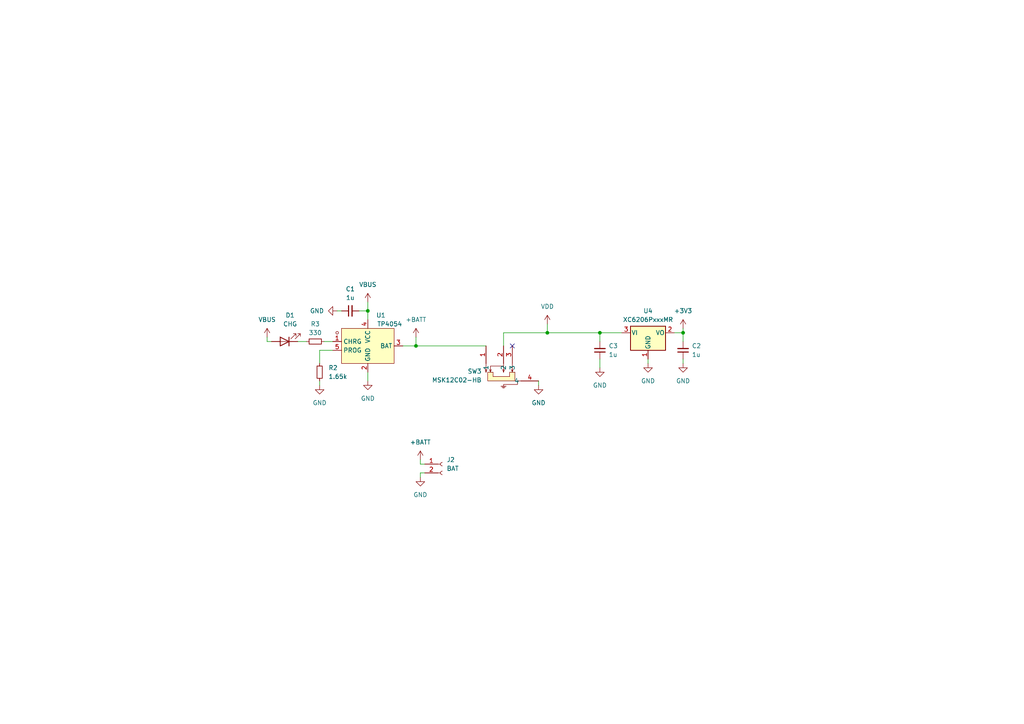
<source format=kicad_sch>
(kicad_sch (version 20230121) (generator eeschema)
  (paper "A4")
  (lib_symbols
    (symbol "Connector:Conn_01x02_Socket" (pin_names (offset 1.016) hide)
      (property "Reference" "J" (at 0 2.54 0))
      (property "Value" "Conn_01x02_Socket" (at 0 -5.08 0))
      (symbol "Conn_01x02_Socket_1_1"
        (arc (start 0 -2.032) (mid -0.5058 -2.54) (end 0 -3.048) (stroke (width 0.1524)))
        (polyline (pts (xy -1.27 -2.54) (xy -0.508 -2.54)) (stroke (width 0.1524)))
        (polyline (pts (xy -1.27 0) (xy -0.508 0)) (stroke (width 0.1524)))
        (arc (start 0 0.508) (mid -0.5058 0) (end 0 -0.508) (stroke (width 0.1524)))
        (pin passive line (at -5.08 0 0) (length 3.81) (name "Pin_1") (number "1"))
        (pin passive line (at -5.08 -2.54 0) (length 3.81) (name "Pin_2") (number "2"))
      )
    )
    (symbol "Device:C_Small" (pin_numbers hide) (pin_names (offset 0.254) hide)
      (property "Reference" "C" (at 0.254 1.778 0))
      (property "Value" "C_Small" (at 0.254 -2.032 0))
      (symbol "C_Small_0_1"
        (polyline (pts (xy -1.524 -0.508) (xy 1.524 -0.508)) (stroke (width 0.3302)))
        (polyline (pts (xy -1.524 0.508) (xy 1.524 0.508)) (stroke (width 0.3048)))
      )
      (symbol "C_Small_1_1"
        (pin passive line (at 0 2.54 270) (length 2.032) (name "~") (number "1"))
        (pin passive line (at 0 -2.54 90) (length 2.032) (name "~") (number "2"))
      )
    )
    (symbol "Device:LED" (pin_numbers hide) (pin_names (offset 1.016) hide)
      (property "Reference" "D" (at 0 2.54 0))
      (property "Value" "LED" (at 0 -2.54 0))
      (symbol "LED_0_1"
        (polyline (pts (xy -1.27 -1.27) (xy -1.27 1.27)) (stroke (width 0.254)))
        (polyline (pts (xy -1.27 0) (xy 1.27 0)))
        (polyline (pts (xy 1.27 -1.27) (xy 1.27 1.27) (xy -1.27 0) (xy 1.27 -1.27)) (stroke (width 0.254)))
        (polyline (pts (xy -3.048 -0.762) (xy -4.572 -2.286) (xy -3.81 -2.286) (xy -4.572 -2.286) (xy -4.572 -1.524)))
        (polyline (pts (xy -1.778 -0.762) (xy -3.302 -2.286) (xy -2.54 -2.286) (xy -3.302 -2.286) (xy -3.302 -1.524)))
      )
      (symbol "LED_1_1"
        (pin passive line (at -3.81 0 0) (length 2.54) (name "K") (number "1"))
        (pin passive line (at 3.81 0 180) (length 2.54) (name "A") (number "2"))
      )
    )
    (symbol "Device:R_Small" (pin_numbers hide) (pin_names (offset 0.254) hide)
      (property "Reference" "R" (at 0.762 0.508 0))
      (property "Value" "R_Small" (at 0.762 -1.016 0))
      (symbol "R_Small_0_1"
        (rectangle (start -0.762 1.778) (end 0.762 -1.778) (stroke (width 0.2032)))
      )
      (symbol "R_Small_1_1"
        (pin passive line (at 0 2.54 270) (length 0.762) (name "~") (number "1"))
        (pin passive line (at 0 -2.54 90) (length 0.762) (name "~") (number "2"))
      )
    )
    (symbol "MSK12C02-HB:MSK12C02-HB"
      (property "Reference" "SW" (at 0 15.24 0))
      (property "Value" "MSK12C02-HB" (at 0 -5.08 0))
      (symbol "MSK12C02-HB_0_1"
        (polyline (pts (xy -2.54 2.54) (xy -2.79 3.3)))
        (polyline (pts (xy -2.54 2.54) (xy -2.29 3.3)))
        (polyline (pts (xy -2.54 3.3) (xy -2.54 2.54)))
        (polyline (pts (xy -2.54 5.08) (xy -2.54 3.3)))
        (polyline (pts (xy -1.27 2.54) (xy -1.52 3.3)))
        (polyline (pts (xy 1.78 -1.52) (xy 3.3 -1.52)))
        (polyline (pts (xy 2.03 -1.78) (xy 3.05 -1.78)))
        (polyline (pts (xy 2.29 -2.03) (xy 2.79 -2.03)))
        (polyline (pts (xy 2.54 2.54) (xy 2.29 3.3)))
        (polyline (pts (xy 2.54 2.54) (xy 2.79 3.3)))
        (polyline (pts (xy 2.54 3.3) (xy 2.54 2.54)))
        (polyline (pts (xy 2.54 5.08) (xy 2.54 3.3)))
        (polyline (pts (xy 5.08 2.54) (xy 4.83 3.3)))
        (polyline (pts (xy 5.08 5.08) (xy 5.08 2.54) (xy 5.33 3.3)))
        (polyline (pts (xy 2.54 4.32) (xy -1.27 4.32) (xy -1.27 2.54) (xy -1.02 3.3)))
        (polyline (pts (xy 7.62 0) (xy 6.6 0) (xy 6.6 -1.02) (xy 2.54 -1.02) (xy 2.54 -1.52)))
        (polyline (pts (xy -1.78 2.54) (xy -0.51 2.54) (xy -0.51 1.27) (xy 4.32 1.27) (xy 4.32 2.54) (xy 5.84 2.54) (xy 5.84 0) (xy -2.03 0) (xy -2.03 2.54) (xy -1.78 2.54)) (fill (type background)))
        (pin unspecified line (at -2.54 10.16 270) (length 5.08) (name "1") (number "1"))
        (pin unspecified line (at 2.54 10.16 270) (length 5.08) (name "2") (number "2"))
        (pin unspecified line (at 5.08 10.16 270) (length 5.08) (name "3") (number "3"))
        (pin unspecified line (at 12.7 0 180) (length 5.08) (name "4") (number "4"))
      )
    )
    (symbol "Regulator_Linear:XC6206PxxxMR" (pin_names (offset 0.254))
      (property "Reference" "U" (at -3.81 3.175 0))
      (property "Value" "XC6206PxxxMR" (at 0 3.175 0))
      (symbol "XC6206PxxxMR_0_1"
        (rectangle (start -5.08 1.905) (end 5.08 -5.08) (stroke (width 0.254)) (fill (type background)))
      )
      (symbol "XC6206PxxxMR_1_1"
        (pin power_in line (at 0 -7.62 90) (length 2.54) (name "GND") (number "1"))
        (pin power_out line (at 7.62 0 180) (length 2.54) (name "VO") (number "2"))
        (pin power_in line (at -7.62 0 0) (length 2.54) (name "VI") (number "3"))
      )
    )
    (symbol "TP4054:TP4054"
      (property "Reference" "U" (at 3.81 6.35 0))
      (property "Value" "TP4054" (at 6.35 -6.35 0))
      (symbol "TP4054_0_1"
        (circle (center -8.89 3.81) (radius 0.38))
        (rectangle (start -7.62 5.08) (end 7.62 -5.08) (fill (type background)))
        (pin unspecified line (at -10.16 1.27 0) (length 2.54) (name "CHRG") (number "1"))
        (pin unspecified line (at 0 -7.62 90) (length 2.54) (name "GND") (number "2"))
        (pin unspecified line (at 10.16 0 180) (length 2.54) (name "BAT") (number "3"))
        (pin unspecified line (at 0 7.62 270) (length 2.54) (name "VCC") (number "4"))
        (pin unspecified line (at -10.16 -1.27 0) (length 2.54) (name "PROG") (number "5"))
      )
    )
    (symbol "power:+3V3" (power) (pin_names (offset 0))
      (property "Value" "+3V3" (at 0 3.556 0))
      (symbol "+3V3_0_1"
        (polyline (pts (xy -0.762 1.27) (xy 0 2.54)))
        (polyline (pts (xy 0 0) (xy 0 2.54)))
        (polyline (pts (xy 0 2.54) (xy 0.762 1.27)))
      )
      (symbol "+3V3_1_1"
        (pin power_in line (at 0 0 90) (length 0) hide (name "+3V3") (number "1"))
      )
    )
    (symbol "power:+BATT" (power) (pin_names (offset 0))
      (property "Value" "+BATT" (at 0 3.556 0))
      (symbol "+BATT_0_1"
        (polyline (pts (xy -0.762 1.27) (xy 0 2.54)))
        (polyline (pts (xy 0 0) (xy 0 2.54)))
        (polyline (pts (xy 0 2.54) (xy 0.762 1.27)))
      )
      (symbol "+BATT_1_1"
        (pin power_in line (at 0 0 90) (length 0) hide (name "+BATT") (number "1"))
      )
    )
    (symbol "power:GND" (power) (pin_names (offset 0))
      (property "Value" "GND" (at 0 -3.81 0))
      (symbol "GND_0_1"
        (polyline (pts (xy 0 0) (xy 0 -1.27) (xy 1.27 -1.27) (xy 0 -2.54) (xy -1.27 -1.27) (xy 0 -1.27)))
      )
      (symbol "GND_1_1"
        (pin power_in line (at 0 0 270) (length 0) hide (name "GND") (number "1"))
      )
    )
    (symbol "power:VBUS" (power) (pin_names (offset 0))
      (property "Value" "VBUS" (at 0 3.81 0))
      (symbol "VBUS_0_1"
        (polyline (pts (xy -0.762 1.27) (xy 0 2.54)))
        (polyline (pts (xy 0 0) (xy 0 2.54)))
        (polyline (pts (xy 0 2.54) (xy 0.762 1.27)))
      )
      (symbol "VBUS_1_1"
        (pin power_in line (at 0 0 90) (length 0) hide (name "VBUS") (number "1"))
      )
    )
    (symbol "power:VDD" (power) (pin_names (offset 0))
      (property "Value" "VDD" (at 0 3.81 0))
      (symbol "VDD_0_1"
        (polyline (pts (xy -0.762 1.27) (xy 0 2.54)))
        (polyline (pts (xy 0 0) (xy 0 2.54)))
        (polyline (pts (xy 0 2.54) (xy 0.762 1.27)))
      )
      (symbol "VDD_1_1"
        (pin power_in line (at 0 0 90) (length 0) hide (name "VDD") (number "1"))
      )
    )
  )
  (junction (at 173.99 96.52))
  (junction (at 120.65 100.33))
  (junction (at 106.68 90.17))
  (junction (at 198.12 96.52))
  (junction (at 158.75 96.52))
  (no_connect (at 148.59 100.33))
  (wire (pts (xy 146.05 96.52) (xy 158.75 96.52)))
  (wire (pts (xy 77.47 99.06) (xy 78.74 99.06)))
  (wire (pts (xy 86.36 99.06) (xy 88.9 99.06)))
  (wire (pts (xy 120.65 100.33) (xy 140.97 100.33)))
  (wire (pts (xy 77.47 97.79) (xy 77.47 99.06)))
  (wire (pts (xy 146.05 100.33) (xy 146.05 96.52)))
  (wire (pts (xy 92.71 101.6) (xy 92.71 105.41)))
  (wire (pts (xy 198.12 104.14) (xy 198.12 105.41)))
  (wire (pts (xy 106.68 90.17) (xy 106.68 92.71)))
  (wire (pts (xy 173.99 104.14) (xy 173.99 106.68)))
  (wire (pts (xy 93.98 99.06) (xy 96.52 99.06)))
  (wire (pts (xy 121.92 137.16) (xy 121.92 138.43)))
  (wire (pts (xy 106.68 87.63) (xy 106.68 90.17)))
  (wire (pts (xy 173.99 96.52) (xy 173.99 99.06)))
  (wire (pts (xy 92.71 110.49) (xy 92.71 111.76)))
  (wire (pts (xy 120.65 100.33) (xy 120.65 97.79)))
  (wire (pts (xy 198.12 96.52) (xy 198.12 95.25)))
  (wire (pts (xy 123.19 134.62) (xy 121.92 134.62)))
  (wire (pts (xy 198.12 96.52) (xy 198.12 99.06)))
  (wire (pts (xy 123.19 137.16) (xy 121.92 137.16)))
  (wire (pts (xy 106.68 107.95) (xy 106.68 110.49)))
  (wire (pts (xy 158.75 93.98) (xy 158.75 96.52)))
  (wire (pts (xy 195.58 96.52) (xy 198.12 96.52)))
  (wire (pts (xy 156.21 110.49) (xy 156.21 111.76)))
  (wire (pts (xy 121.92 134.62) (xy 121.92 133.35)))
  (wire (pts (xy 97.79 90.17) (xy 99.06 90.17)))
  (wire (pts (xy 116.84 100.33) (xy 120.65 100.33)))
  (wire (pts (xy 187.96 104.14) (xy 187.96 105.41)))
  (wire (pts (xy 158.75 96.52) (xy 173.99 96.52)))
  (wire (pts (xy 173.99 96.52) (xy 180.34 96.52)))
  (wire (pts (xy 96.52 101.6) (xy 92.71 101.6)))
  (wire (pts (xy 104.14 90.17) (xy 106.68 90.17)))
  (symbol (lib_id "power:+BATT") (at 121.92 133.35 0) (unit 1)
    (property "Reference" "#PWR07" (effects hide))
    (property "Value" "+BATT" (at 121.92 128.27 0))
  )
  (symbol (lib_id "Device:R_Small") (at 91.44 99.06 90) (unit 1)
    (property "Reference" "R3" (at 91.44 93.98 90))
    (property "Value" "330" (at 91.44 96.52 90))
    (property "Footprint" "Resistor_SMD:R_0603_1608Metric" (effects hide))
  )
  (symbol (lib_id "power:VDD") (at 158.75 93.98 0) (unit 1)
    (property "Reference" "#PWR03" (effects hide))
    (property "Value" "VDD" (at 158.75 88.9 0))
    (instances (project "Badge_Top" (path "" (reference "#PWR03") (unit 1))) (project "Badge_Bottom" (path "" (reference "#PWR021") (unit 1)) (path "" (reference "#PWR014") (unit 1))))
  )
  (symbol (lib_id "Regulator_Linear:XC6206PxxxMR") (at 187.96 96.52 0) (unit 1)
    (property "Reference" "U4" (at 187.96 90.17 0))
    (property "Value" "XC6206PxxxMR" (at 187.96 92.71 0))
    (property "Footprint" "Package_TO_SOT_SMD:SOT-23-3" (effects hide))
    (property "Datasheet" "https://www.torexsemi.com/file/xc6206/XC6206.pdf" (effects hide))
  )
  (symbol (lib_id "power:GND") (at 173.99 106.68 0) (unit 1)
    (property "Reference" "#PWR013" (effects hide))
    (property "Value" "GND" (at 173.99 111.76 0))
  )
  (symbol (lib_id "Connector:Conn_01x02_Socket") (at 128.27 134.62 0) (unit 1)
    (property "Reference" "J2" (at 129.54 133.35 0) (effects (justify left)))
    (property "Value" "BAT" (at 129.54 135.89 0) (effects (justify left)))
    (property "Footprint" "Connector_JST:JST_PH_S2B-PH-SM4-TB_1x02-1MP_P2.00mm_Horizontal" (effects hide))
    (instances (project "Badge_Bottom" (path "" (reference "J2") (unit 1)) (path "" (reference "J3") (unit 1))))
  )
  (symbol (lib_id "Device:LED") (at 82.55 99.06 180) (unit 1)
    (property "Reference" "D1" (at 84.1375 91.44 0))
    (property "Value" "CHG" (at 84.1375 93.98 0))
    (property "Footprint" "LED_SMD:LED_0603_1608Metric" (effects hide))
  )
  (symbol (lib_id "MSK12C02-HB:MSK12C02-HB") (at 143.51 110.49 0) (unit 1)
    (property "Reference" "SW3" (at 139.7 107.695 0) (effects (justify right)))
    (property "Value" "MSK12C02-HB" (at 139.7 110.235 0) (effects (justify right)))
    (property "Footprint" "MSK12C02-HB:SW-TH_MSK12C02-HB-1" (effects hide))
    (property "Datasheet" "https://lcsc.com/product-detail/Toggle-Switches_SHOU-HAN-MSK12C02-HB_C431541.html" (effects hide))
    (property "Manufacturer" "SHOU HAN(首韩)" (effects hide))
    (property "LCSC Part" "C431541" (effects hide))
    (property "JLC Part" "Extended Part" (effects hide))
  )
  (symbol (lib_id "power:VBUS") (at 77.47 97.79 0) (unit 1)
    (property "Reference" "#PWR010" (effects hide))
    (property "Value" "VBUS" (at 77.47 92.71 0))
  )
  (symbol (lib_id "Device:C_Small") (at 198.12 101.6 180) (unit 1)
    (property "Reference" "C2" (at 200.66 100.3236 0) (effects (justify right)))
    (property "Value" "1u" (at 200.66 102.8636 0) (effects (justify right)))
    (property "Footprint" "Capacitor_SMD:C_0603_1608Metric" (effects hide))
  )
  (symbol (lib_id "TP4054:TP4054") (at 106.68 100.33 0) (unit 1)
    (property "Reference" "U1" (at 110.49 91.44 0))
    (property "Value" "TP4054" (at 113.03 93.98 0))
    (property "Footprint" "TP4054:SOT-23-5_L3.0-W1.7-P0.95-LS2.8-BL" (effects hide))
    (property "Datasheet" "https://lcsc.com/product-detail/PMIC-Battery-Management_TP4054_C32574.html" (effects hide))
    (property "Manufacturer" "TOPPOWER(南京拓微)" (effects hide))
    (property "LCSC Part" "C32574" (effects hide))
    (property "JLC Part" "Basic Part" (effects hide))
  )
  (symbol (lib_id "Device:C_Small") (at 173.99 101.6 180) (unit 1)
    (property "Reference" "C3" (at 176.53 100.3236 0) (effects (justify right)))
    (property "Value" "1u" (at 176.53 102.8636 0) (effects (justify right)))
    (property "Footprint" "Capacitor_SMD:C_0603_1608Metric" (effects hide))
  )
  (symbol (lib_id "power:GND") (at 121.92 138.43 0) (unit 1)
    (property "Reference" "#PWR08" (effects hide))
    (property "Value" "GND" (at 121.92 143.51 0))
  )
  (symbol (lib_id "power:+3V3") (at 198.12 95.25 0) (unit 1)
    (property "Reference" "#PWR02" (effects hide))
    (property "Value" "+3V3" (at 198.12 90.17 0))
  )
  (symbol (lib_id "power:GND") (at 156.21 111.76 0) (unit 1)
    (property "Reference" "#PWR03" (effects hide))
    (property "Value" "GND" (at 156.21 116.84 0))
  )
  (symbol (lib_id "Device:R_Small") (at 92.71 107.95 0) (unit 1)
    (property "Reference" "R2" (at 95.25 106.68 0) (effects (justify left)))
    (property "Value" "1.65k" (at 95.25 109.22 0) (effects (justify left)))
    (property "Footprint" "Resistor_SMD:R_0603_1608Metric" (effects hide))
  )
  (symbol (lib_id "power:GND") (at 187.96 105.41 0) (unit 1)
    (property "Reference" "#PWR012" (effects hide))
    (property "Value" "GND" (at 187.96 110.49 0))
  )
  (symbol (lib_id "power:GND") (at 106.68 110.49 0) (unit 1)
    (property "Reference" "#PWR05" (effects hide))
    (property "Value" "GND" (at 106.68 115.57 0))
  )
  (symbol (lib_id "power:GND") (at 198.12 105.41 0) (unit 1)
    (property "Reference" "#PWR011" (effects hide))
    (property "Value" "GND" (at 198.12 110.49 0))
  )
  (symbol (lib_id "power:VBUS") (at 106.68 87.63 0) (unit 1)
    (property "Reference" "#PWR04" (effects hide))
    (property "Value" "VBUS" (at 106.68 82.55 0))
  )
  (symbol (lib_id "power:GND") (at 97.79 90.17 270) (unit 1)
    (property "Reference" "#PWR06" (effects hide))
    (property "Value" "GND" (at 93.98 90.17 90) (effects (justify right)))
  )
  (symbol (lib_id "power:GND") (at 92.71 111.76 0) (unit 1)
    (property "Reference" "#PWR09" (effects hide))
    (property "Value" "GND" (at 92.71 116.84 0))
  )
  (symbol (lib_id "power:+BATT") (at 120.65 97.79 0) (unit 1)
    (property "Reference" "#PWR01" (effects hide))
    (property "Value" "+BATT" (at 120.65 92.71 0))
  )
  (symbol (lib_id "Device:C_Small") (at 101.6 90.17 90) (unit 1)
    (property "Reference" "C1" (at 101.6063 83.82 90))
    (property "Value" "1u" (at 101.6063 86.36 90))
    (property "Footprint" "Capacitor_SMD:C_0603_1608Metric" (effects hide))
  )
)
</source>
